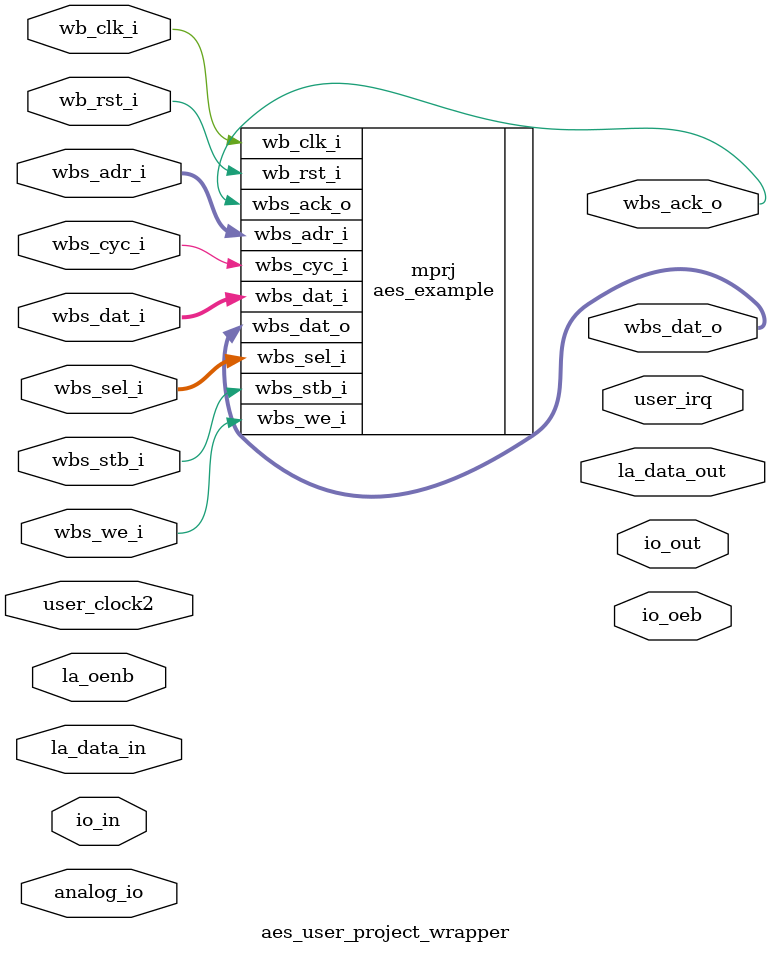
<source format=v>
module aes_user_project_wrapper (user_clock2,
    wb_clk_i,
    wb_rst_i,
    wbs_ack_o,
    wbs_cyc_i,
    wbs_stb_i,
    wbs_we_i,
    analog_io,
    io_in,
    io_oeb,
    io_out,
    la_data_in,
    la_data_out,
    la_oenb,
    user_irq,
    wbs_adr_i,
    wbs_dat_i,
    wbs_dat_o,
    wbs_sel_i);
 input user_clock2;
 input wb_clk_i;
 input wb_rst_i;
 output wbs_ack_o;
 input wbs_cyc_i;
 input wbs_stb_i;
 input wbs_we_i;
 inout [28:0] analog_io;
 input [37:0] io_in;
 output [37:0] io_oeb;
 output [37:0] io_out;
 input [127:0] la_data_in;
 output [127:0] la_data_out;
 input [127:0] la_oenb;
 output [2:0] user_irq;
 input [31:0] wbs_adr_i;
 input [31:0] wbs_dat_i;
 output [31:0] wbs_dat_o;
 input [3:0] wbs_sel_i;


 aes_example mprj (.wb_clk_i(wb_clk_i),
    .wb_rst_i(wb_rst_i),
    .wbs_ack_o(wbs_ack_o),
    .wbs_cyc_i(wbs_cyc_i),
    .wbs_stb_i(wbs_stb_i),
    .wbs_we_i(wbs_we_i),
    .wbs_adr_i({wbs_adr_i[31],
    wbs_adr_i[30],
    wbs_adr_i[29],
    wbs_adr_i[28],
    wbs_adr_i[27],
    wbs_adr_i[26],
    wbs_adr_i[25],
    wbs_adr_i[24],
    wbs_adr_i[23],
    wbs_adr_i[22],
    wbs_adr_i[21],
    wbs_adr_i[20],
    wbs_adr_i[19],
    wbs_adr_i[18],
    wbs_adr_i[17],
    wbs_adr_i[16],
    wbs_adr_i[15],
    wbs_adr_i[14],
    wbs_adr_i[13],
    wbs_adr_i[12],
    wbs_adr_i[11],
    wbs_adr_i[10],
    wbs_adr_i[9],
    wbs_adr_i[8],
    wbs_adr_i[7],
    wbs_adr_i[6],
    wbs_adr_i[5],
    wbs_adr_i[4],
    wbs_adr_i[3],
    wbs_adr_i[2],
    wbs_adr_i[1],
    wbs_adr_i[0]}),
    .wbs_dat_i({wbs_dat_i[31],
    wbs_dat_i[30],
    wbs_dat_i[29],
    wbs_dat_i[28],
    wbs_dat_i[27],
    wbs_dat_i[26],
    wbs_dat_i[25],
    wbs_dat_i[24],
    wbs_dat_i[23],
    wbs_dat_i[22],
    wbs_dat_i[21],
    wbs_dat_i[20],
    wbs_dat_i[19],
    wbs_dat_i[18],
    wbs_dat_i[17],
    wbs_dat_i[16],
    wbs_dat_i[15],
    wbs_dat_i[14],
    wbs_dat_i[13],
    wbs_dat_i[12],
    wbs_dat_i[11],
    wbs_dat_i[10],
    wbs_dat_i[9],
    wbs_dat_i[8],
    wbs_dat_i[7],
    wbs_dat_i[6],
    wbs_dat_i[5],
    wbs_dat_i[4],
    wbs_dat_i[3],
    wbs_dat_i[2],
    wbs_dat_i[1],
    wbs_dat_i[0]}),
    .wbs_dat_o({wbs_dat_o[31],
    wbs_dat_o[30],
    wbs_dat_o[29],
    wbs_dat_o[28],
    wbs_dat_o[27],
    wbs_dat_o[26],
    wbs_dat_o[25],
    wbs_dat_o[24],
    wbs_dat_o[23],
    wbs_dat_o[22],
    wbs_dat_o[21],
    wbs_dat_o[20],
    wbs_dat_o[19],
    wbs_dat_o[18],
    wbs_dat_o[17],
    wbs_dat_o[16],
    wbs_dat_o[15],
    wbs_dat_o[14],
    wbs_dat_o[13],
    wbs_dat_o[12],
    wbs_dat_o[11],
    wbs_dat_o[10],
    wbs_dat_o[9],
    wbs_dat_o[8],
    wbs_dat_o[7],
    wbs_dat_o[6],
    wbs_dat_o[5],
    wbs_dat_o[4],
    wbs_dat_o[3],
    wbs_dat_o[2],
    wbs_dat_o[1],
    wbs_dat_o[0]}),
    .wbs_sel_i({wbs_sel_i[3],
    wbs_sel_i[2],
    wbs_sel_i[1],
    wbs_sel_i[0]}));
endmodule

</source>
